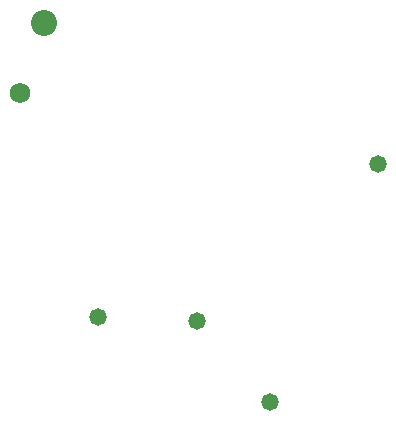
<source format=gbr>
%FSDAX44Y44*%
%MOMM*%
%SFA1B1*%

%IPPOS*%
%ADD29C,1.727197*%
%ADD30C,1.473197*%
%ADD31C,2.203196*%
%LNpcb1_soldermask_top-1*%
%LPD*%
G54D29*
X00791210Y00948690D03*
G54D30*
X00857250Y00759460D03*
X01094740Y00889000D03*
X01003300Y00687070D03*
X00941070Y00755650D03*
G54D31*
X00811530Y01008380D03*
M02*
</source>
